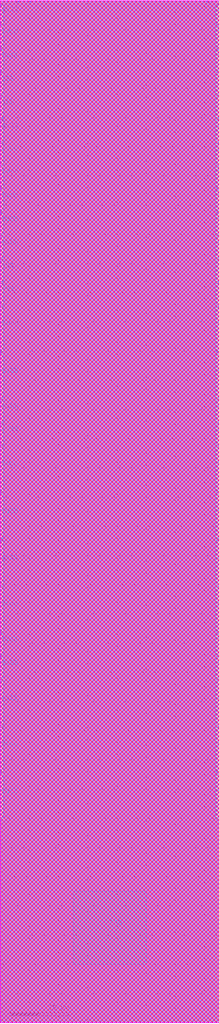
<source format=lef>
# Copyright 2022 GlobalFoundries PDK Authors
#
# Licensed under the Apache License, Version 2.0 (the "License");
# you may not use this file except in compliance with the License.
# You may obtain a copy of the License at
#
#     http://www.apache.org/licenses/LICENSE-2.0
#
# Unless required by applicable law or agreed to in writing, software
# distributed under the License is distributed on an "AS IS" BASIS,
# WITHOUT WARRANTIES OR CONDITIONS OF ANY KIND, either express or implied.
# See the License for the specific language governing permissions and
# limitations under the License.

MACRO gf180mcu_fd_io__in_c
  CLASS PAD INPUT ;
  ORIGIN 0 0 ;
  FOREIGN gf180mcu_fd_io__in_c 0 0 ;
  SIZE 75 BY 350 ;
  SYMMETRY X Y R90 ;
  SITE GF_IO_Site ;
    PIN PAD
        DIRECTION INPUT ;
        USE SIGNAL ;
        PORT
        LAYER Metal4  ;
        RECT 25.000 20.000 50.000 45.000 ;
        END
    END PAD
  PIN PD
    DIRECTION INPUT ;
    USE SIGNAL ;
    ANTENNADIFFAREA 1 LAYER Metal2 ;
      ANTENNAGATEAREA 10.5 LAYER Metal2 ;
    PORT
        CLASS CORE ;
      LAYER Metal2 ;
        RECT 10.33 349.62 10.71 350 ;
    END
  END PD
  PIN PU
    DIRECTION INPUT ;
    USE SIGNAL ;
    ANTENNADIFFAREA 2.98 LAYER Metal2 ;
      ANTENNAGATEAREA 7.35 LAYER Metal2 ;
    PORT
        CLASS CORE ;
      LAYER Metal2 ;
        RECT 5.965 349.62 6.345 350 ;
    END
  END PU
  PIN Y
    DIRECTION OUTPUT ;
    USE SIGNAL ;
    ANTENNADIFFAREA 7.8 LAYER Metal2 ;
    PORT
        CLASS CORE ;
      LAYER Metal2 ;
        RECT 70.86 349.62 71.24 350 ;
    END
  END Y
  PIN DVDD
    DIRECTION INOUT ;
    USE POWER ;
    PORT
      LAYER Metal4 ;
        RECT 74 118 75 125 ;
    END
    PORT
      LAYER Metal4 ;
        RECT 74 182 75 197 ;
    END
    PORT
      LAYER Metal4 ;
        RECT 74 166 75 181 ;
    END
    PORT
      LAYER Metal4 ;
        RECT 74 150 75 165 ;
    END
    PORT
      LAYER Metal4 ;
        RECT 74 134 75 149 ;
    END
    PORT
      LAYER Metal4 ;
        RECT 74 214 75 229 ;
    END
    PORT
      LAYER Metal4 ;
        RECT 74 206 75 213 ;
    END
    PORT
      LAYER Metal4 ;
        RECT 74 278 75 285 ;
    END
    PORT
      LAYER Metal4 ;
        RECT 74 270 75 277 ;
    END
    PORT
      LAYER Metal4 ;
        RECT 74 262 75 269 ;
    END
    PORT
      LAYER Metal4 ;
        RECT 74 294 75 301 ;
    END
    PORT
      LAYER Metal4 ;
        RECT 74 334 75 341 ;
    END
    PORT
      LAYER Metal3 ;
        RECT 74 118 75 125 ;
    END
    PORT
      LAYER Metal3 ;
        RECT 74 182 75 197 ;
    END
    PORT
      LAYER Metal3 ;
        RECT 74 166 75 181 ;
    END
    PORT
      LAYER Metal3 ;
        RECT 74 150 75 165 ;
    END
    PORT
      LAYER Metal3 ;
        RECT 74 134 75 149 ;
    END
    PORT
      LAYER Metal3 ;
        RECT 74 214 75 229 ;
    END
    PORT
      LAYER Metal3 ;
        RECT 74 206 75 213 ;
    END
    PORT
      LAYER Metal3 ;
        RECT 74 278 75 285 ;
    END
    PORT
      LAYER Metal3 ;
        RECT 74 270 75 277 ;
    END
    PORT
      LAYER Metal3 ;
        RECT 74 262 75 269 ;
    END
    PORT
      LAYER Metal3 ;
        RECT 74 294 75 301 ;
    END
    PORT
      LAYER Metal3 ;
        RECT 74 334 75 341 ;
    END
    PORT
      LAYER Metal3 ;
        RECT 0 334 1 341 ;
    END
    PORT
      LAYER Metal3 ;
        RECT 0 294 1 301 ;
    END
    PORT
      LAYER Metal3 ;
        RECT 0 262 1 269 ;
    END
    PORT
      LAYER Metal3 ;
        RECT 0 270 1 277 ;
    END
    PORT
      LAYER Metal3 ;
        RECT 0 278 1 285 ;
    END
    PORT
      LAYER Metal3 ;
        RECT 0 206 1 213 ;
    END
    PORT
      LAYER Metal3 ;
        RECT 0 214 1 229 ;
    END
    PORT
      LAYER Metal3 ;
        RECT 0 134 1 149 ;
    END
    PORT
      LAYER Metal3 ;
        RECT 0 150 1 165 ;
    END
    PORT
      LAYER Metal3 ;
        RECT 0 166 1 181 ;
    END
    PORT
      LAYER Metal3 ;
        RECT 0 182 1 197 ;
    END
    PORT
      LAYER Metal4 ;
        RECT 0 334 1 341 ;
    END
    PORT
      LAYER Metal4 ;
        RECT 0 294 1 301 ;
    END
    PORT
      LAYER Metal4 ;
        RECT 0 262 1 269 ;
    END
    PORT
      LAYER Metal4 ;
        RECT 0 270 1 277 ;
    END
    PORT
      LAYER Metal4 ;
        RECT 0 278 1 285 ;
    END
    PORT
      LAYER Metal4 ;
        RECT 0 206 1 213 ;
    END
    PORT
      LAYER Metal4 ;
        RECT 0 214 1 229 ;
    END
    PORT
      LAYER Metal4 ;
        RECT 0 134 1 149 ;
    END
    PORT
      LAYER Metal4 ;
        RECT 0 150 1 165 ;
    END
    PORT
      LAYER Metal4 ;
        RECT 0 166 1 181 ;
    END
    PORT
      LAYER Metal4 ;
        RECT 0 182 1 197 ;
    END
    PORT
      LAYER Metal4 ;
        RECT 0 118 1 125 ;
    END
    PORT
      LAYER Metal3 ;
        RECT 0 118 1 125 ;
    END
  END DVDD
  PIN DVSS
    DIRECTION INOUT ;
    USE GROUND ;
    PORT
      LAYER Metal4 ;
        RECT 74 102 75 117 ;
    END
    PORT
      LAYER Metal4 ;
        RECT 74 86 75 101 ;
    END
    PORT
      LAYER Metal4 ;
        RECT 74 70 75 85 ;
    END
    PORT
      LAYER Metal4 ;
        RECT 74 126 75 133 ;
    END
    PORT
      LAYER Metal4 ;
        RECT 74 198 75 205 ;
    END
    PORT
      LAYER Metal4 ;
        RECT 74 230 75 245 ;
    END
    PORT
      LAYER Metal4 ;
        RECT 74 286 75 293 ;
    END
    PORT
      LAYER Metal4 ;
        RECT 74 302 75 309 ;
    END
    PORT
      LAYER Metal4 ;
        RECT 74 326 75 333 ;
    END
    PORT
      LAYER Metal4 ;
        RECT 74 342 75 348.39 ;
    END
    PORT
      LAYER Metal3 ;
        RECT 74 102 75 117 ;
    END
    PORT
      LAYER Metal3 ;
        RECT 74 86 75 101 ;
    END
    PORT
      LAYER Metal3 ;
        RECT 74 70 75 85 ;
    END
    PORT
      LAYER Metal3 ;
        RECT 74 126 75 133 ;
    END
    PORT
      LAYER Metal3 ;
        RECT 74 198 75 205 ;
    END
    PORT
      LAYER Metal3 ;
        RECT 74 230 75 245 ;
    END
    PORT
      LAYER Metal3 ;
        RECT 74 286 75 293 ;
    END
    PORT
      LAYER Metal3 ;
        RECT 74 302 75 309 ;
    END
    PORT
      LAYER Metal3 ;
        RECT 74 326 75 333 ;
    END
    PORT
      LAYER Metal3 ;
        RECT 74 342 75 348.39 ;
    END
    PORT
      LAYER Metal3 ;
        RECT 0 342 1 348.39 ;
    END
    PORT
      LAYER Metal3 ;
        RECT 0 326 1 333 ;
    END
    PORT
      LAYER Metal3 ;
        RECT 0 302 1 309 ;
    END
    PORT
      LAYER Metal3 ;
        RECT 0 286 1 293 ;
    END
    PORT
      LAYER Metal3 ;
        RECT 0 230 1 245 ;
    END
    PORT
      LAYER Metal3 ;
        RECT 0 198 1 205 ;
    END
    PORT
      LAYER Metal3 ;
        RECT 0 126 1 133 ;
    END
    PORT
      LAYER Metal3 ;
        RECT 0 70 1 85 ;
    END
    PORT
      LAYER Metal3 ;
        RECT 0 86 1 101 ;
    END
    PORT
      LAYER Metal4 ;
        RECT 0 342 1 348.39 ;
    END
    PORT
      LAYER Metal4 ;
        RECT 0 326 1 333 ;
    END
    PORT
      LAYER Metal4 ;
        RECT 0 302 1 309 ;
    END
    PORT
      LAYER Metal4 ;
        RECT 0 286 1 293 ;
    END
    PORT
      LAYER Metal4 ;
        RECT 0 230 1 245 ;
    END
    PORT
      LAYER Metal4 ;
        RECT 0 198 1 205 ;
    END
    PORT
      LAYER Metal4 ;
        RECT 0 126 1 133 ;
    END
    PORT
      LAYER Metal4 ;
        RECT 0 70 1 85 ;
    END
    PORT
      LAYER Metal4 ;
        RECT 0 86 1 101 ;
    END
    PORT
      LAYER Metal4 ;
        RECT 0 102 1 117 ;
    END
    PORT
      LAYER Metal3 ;
        RECT 0 102 1 117 ;
    END
  END DVSS
  PIN VDD
    DIRECTION INOUT ;
    USE POWER ;
    PORT
      LAYER Metal4 ;
        RECT 74 254 75 261 ;
    END
    PORT
      LAYER Metal4 ;
        RECT 74 310 75 317 ;
    END
    PORT
      LAYER Metal3 ;
        RECT 74 254 75 261 ;
    END
    PORT
      LAYER Metal3 ;
        RECT 74 310 75 317 ;
    END
    PORT
      LAYER Metal3 ;
        RECT 0 310 1 317 ;
    END
    PORT
      LAYER Metal4 ;
        RECT 0 310 1 317 ;
    END
    PORT
      LAYER Metal4 ;
        RECT 0 254 1 261 ;
    END
    PORT
      LAYER Metal3 ;
        RECT 0 254 1 261 ;
    END
  END VDD
  PIN VSS
    DIRECTION INOUT ;
    USE GROUND ;
    PORT
      LAYER Metal4 ;
        RECT 74 246 75 253 ;
    END
    PORT
      LAYER Metal4 ;
        RECT 74 318 75 325 ;
    END
    PORT
      LAYER Metal3 ;
        RECT 74 246 75 253 ;
    END
    PORT
      LAYER Metal3 ;
        RECT 74 318 75 325 ;
    END
    PORT
      LAYER Metal3 ;
        RECT 0 318 1 325 ;
    END
    PORT
      LAYER Metal4 ;
        RECT 0 318 1 325 ;
    END
    PORT
      LAYER Metal4 ;
        RECT 0 246 1 253 ;
    END
    PORT
      LAYER Metal3 ;
        RECT 0 246 1 253 ;
    END
  END VSS
  OBS
    LAYER Metal1 ;
      RECT 0 0 75 350 ;
    LAYER Metal2 ;
      POLYGON 75 350 71.52 350 71.52 349.34 70.58 349.34 70.58 350 10.99 350 10.99 349.34 10.05 349.34 10.05 350 6.625 350 6.625 349.34 5.685 349.34 5.685 350 0 350 0 0 75 0 ;
    LAYER Metal3 ;
      POLYGON 75 69.72 73.72 69.72 73.72 85.28 75 85.28 75 85.72 73.72 85.72 73.72 101.28 75 101.28 75 101.72 73.72 101.72 73.72 117.28 75 117.28 75 117.72 73.72 117.72 73.72 125.28 75 125.28 75 125.72 73.72 125.72 73.72 133.28 75 133.28 75 133.72 73.72 133.72 73.72 149.28 75 149.28 75 149.72 73.72 149.72 73.72 165.28 75 165.28 75 165.72 73.72 165.72 73.72 181.28 75 181.28 75 181.72 73.72 181.72 73.72 197.28 75 197.28 75 197.72 73.72 197.72 73.72 205.28 75 205.28 75 205.72 73.72 205.72 73.72 213.28 75 213.28 75 213.72 73.72 213.72 73.72 229.28 75 229.28 75 229.72 73.72 229.72 73.72 245.28 75 245.28 75 245.72 73.72 245.72 73.72 253.28 75 253.28 75 253.72 73.72 253.72 73.72 261.28 75 261.28 75 261.72 73.72 261.72 73.72 269.28 75 269.28 75 269.72 73.72 269.72 73.72 277.28 75 277.28 75 277.72 73.72 277.72 73.72 285.28 75 285.28 75 285.72 73.72 285.72 73.72 293.28 75 293.28 75 293.72 73.72 293.72 73.72 301.28 75 301.28 75 301.72 73.72 301.72 73.72 309.28 75 309.28 75 309.72 73.72 309.72 73.72 317.28 75 317.28 75 317.72 73.72 317.72 73.72 325.28 75 325.28 75 325.72 73.72 325.72 73.72 333.28 75 333.28 75 333.72 73.72 333.72 73.72 341.28 75 341.28 75 341.72 73.72 341.72 73.72 348.67 75 348.67 75 350 0 350 0 348.67 1.28 348.67 1.28 341.72 0 341.72 0 341.28 1.28 341.28 1.28 333.72 0 333.72 0 333.28 1.28 333.28 1.28 325.72 0 325.72 0 325.28 1.28 325.28 1.28 317.72 0 317.72 0 317.28 1.28 317.28 1.28 309.72 0 309.72 0 309.28 1.28 309.28 1.28 301.72 0 301.72 0 301.28 1.28 301.28 1.28 293.72 0 293.72 0 293.28 1.28 293.28 1.28 285.72 0 285.72 0 285.28 1.28 285.28 1.28 277.72 0 277.72 0 277.28 1.28 277.28 1.28 269.72 0 269.72 0 269.28 1.28 269.28 1.28 261.72 0 261.72 0 261.28 1.28 261.28 1.28 253.72 0 253.72 0 253.28 1.28 253.28 1.28 245.72 0 245.72 0 245.28 1.28 245.28 1.28 229.72 0 229.72 0 229.28 1.28 229.28 1.28 213.72 0 213.72 0 213.28 1.28 213.28 1.28 205.72 0 205.72 0 205.28 1.28 205.28 1.28 197.72 0 197.72 0 197.28 1.28 197.28 1.28 181.72 0 181.72 0 181.28 1.28 181.28 1.28 165.72 0 165.72 0 165.28 1.28 165.28 1.28 149.72 0 149.72 0 149.28 1.28 149.28 1.28 133.72 0 133.72 0 133.28 1.28 133.28 1.28 125.72 0 125.72 0 125.28 1.28 125.28 1.28 117.72 0 117.72 0 117.28 1.28 117.28 1.28 101.72 0 101.72 0 101.28 1.28 101.28 1.28 85.72 0 85.72 0 85.28 1.28 85.28 1.28 69.72 0 69.72 0 0 75 0 ;
    LAYER Metal4 ;
      POLYGON 75 69.72 73.72 69.72 73.72 85.28 75 85.28 75 85.72 73.72 85.72 73.72 101.28 75 101.28 75 101.72 73.72 101.72 73.72 117.28 75 117.28 75 117.72 73.72 117.72 73.72 125.28 75 125.28 75 125.72 73.72 125.72 73.72 133.28 75 133.28 75 133.72 73.72 133.72 73.72 149.28 75 149.28 75 149.72 73.72 149.72 73.72 165.28 75 165.28 75 165.72 73.72 165.72 73.72 181.28 75 181.28 75 181.72 73.72 181.72 73.72 197.28 75 197.28 75 197.72 73.72 197.72 73.72 205.28 75 205.28 75 205.72 73.72 205.72 73.72 213.28 75 213.28 75 213.72 73.72 213.72 73.72 229.28 75 229.28 75 229.72 73.72 229.72 73.72 245.28 75 245.28 75 245.72 73.72 245.72 73.72 253.28 75 253.28 75 253.72 73.72 253.72 73.72 261.28 75 261.28 75 261.72 73.72 261.72 73.72 269.28 75 269.28 75 269.72 73.72 269.72 73.72 277.28 75 277.28 75 277.72 73.72 277.72 73.72 285.28 75 285.28 75 285.72 73.72 285.72 73.72 293.28 75 293.28 75 293.72 73.72 293.72 73.72 301.28 75 301.28 75 301.72 73.72 301.72 73.72 309.28 75 309.28 75 309.72 73.72 309.72 73.72 317.28 75 317.28 75 317.72 73.72 317.72 73.72 325.28 75 325.28 75 325.72 73.72 325.72 73.72 333.28 75 333.28 75 333.72 73.72 333.72 73.72 341.28 75 341.28 75 341.72 73.72 341.72 73.72 348.67 75 348.67 75 350 0 350 0 348.67 1.28 348.67 1.28 341.72 0 341.72 0 341.28 1.28 341.28 1.28 333.72 0 333.72 0 333.28 1.28 333.28 1.28 325.72 0 325.72 0 325.28 1.28 325.28 1.28 317.72 0 317.72 0 317.28 1.28 317.28 1.28 309.72 0 309.72 0 309.28 1.28 309.28 1.28 301.72 0 301.72 0 301.28 1.28 301.28 1.28 293.72 0 293.72 0 293.28 1.28 293.28 1.28 285.72 0 285.72 0 285.28 1.28 285.28 1.28 277.72 0 277.72 0 277.28 1.28 277.28 1.28 269.72 0 269.72 0 269.28 1.28 269.28 1.28 261.72 0 261.72 0 261.28 1.28 261.28 1.28 253.72 0 253.72 0 253.28 1.28 253.28 1.28 245.72 0 245.72 0 245.28 1.28 245.28 1.28 229.72 0 229.72 0 229.28 1.28 229.28 1.28 213.72 0 213.72 0 213.28 1.28 213.28 1.28 205.72 0 205.72 0 205.28 1.28 205.28 1.28 197.72 0 197.72 0 197.28 1.28 197.28 1.28 181.72 0 181.72 0 181.28 1.28 181.28 1.28 165.72 0 165.72 0 165.28 1.28 165.28 1.28 149.72 0 149.72 0 149.28 1.28 149.28 1.28 133.72 0 133.72 0 133.28 1.28 133.28 1.28 125.72 0 125.72 0 125.28 1.28 125.28 1.28 117.72 0 117.72 0 117.28 1.28 117.28 1.28 101.72 0 101.72 0 101.28 1.28 101.28 1.28 85.72 0 85.72 0 85.28 1.28 85.28 1.28 69.72 0 69.72 0 0 75 0 ;
    LAYER Via1 ;
      RECT 0 0 75 350 ;
    LAYER Via2 ;
      RECT 0 0 75 350 ;
    LAYER Via3 ;
      RECT 0 0 75 350 ;
  END

END gf180mcu_fd_io__in_c

</source>
